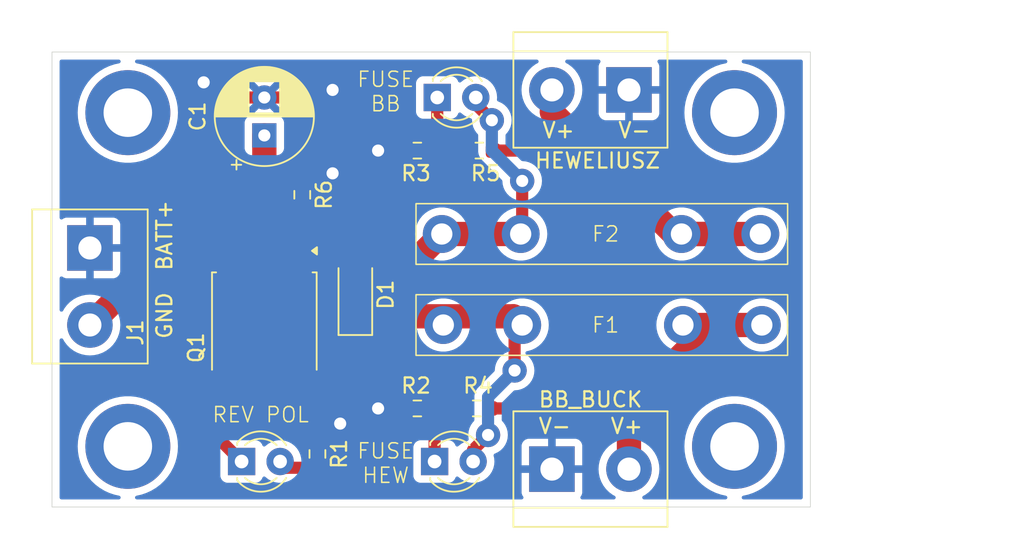
<source format=kicad_pcb>
(kicad_pcb (version 20240108) (generator "pcbnew") (generator_version "8.0")
  (layers (0 "F.Cu" signal) (31 "B.Cu" signal) (34 "B.Paste" user) (35 "F.Paste" user) (36 "B.SilkS" user "B.Silkscreen") (37 "F.SilkS" user "F.Silkscreen") (38 "B.Mask" user) (39 "F.Mask" user) (44 "Edge.Cuts" user))
  (net 0 "")
  (net 1 "Net-(D1-K)")
  (net 2 "GND")
  (net 3 "+12V")
  (net 4 "Net-(D1-A)")
  (net 5 "Net-(D2-K)")
  (net 6 "Net-(D3-A)")
  (net 7 "Net-(D4-K)")
  (net 8 "Net-(J2-Pin_2)")
  (net 9 "Net-(J4-Pin_2)")
  (footprint "Capacitor_THT:CP_Radial_D6.3mm_P2.50mm" (layer "F.Cu") (at 119 95.5 90)
    (property "Reference" "C1" (at 1.25 -4.4 270) (layer "F.SilkS"))
    (property "Value" "100u")
    (fp_line (start 1.33 -3.23) (end 1.33 3.23) (stroke (width 0.12)) (layer "F.SilkS"))
    (fp_line (start 1.29 -3.23) (end 1.29 3.23) (stroke (width 0.12)) (layer "F.SilkS"))
    (fp_line (start 1.25 -3.23) (end 1.25 3.23) (stroke (width 0.12)) (layer "F.SilkS"))
    (fp_line (start 1.37 -3.228) (end 1.37 3.228) (stroke (width 0.12)) (layer "F.SilkS"))
    (fp_line (start 1.41 -3.227) (end 1.41 3.227) (stroke (width 0.12)) (layer "F.SilkS"))
    (fp_line (start 1.45 -3.224) (end 1.45 3.224) (stroke (width 0.12)) (layer "F.SilkS"))
    (fp_line (start 1.49 -3.222) (end 1.49 -1.04) (stroke (width 0.12)) (layer "F.SilkS"))
    (fp_line (start 1.53 -3.218) (end 1.53 -1.04) (stroke (width 0.12)) (layer "F.SilkS"))
    (fp_line (start 1.57 -3.215) (end 1.57 -1.04) (stroke (width 0.12)) (layer "F.SilkS"))
    (fp_line (start 1.61 -3.211) (end 1.61 -1.04) (stroke (width 0.12)) (layer "F.SilkS"))
    (fp_line (start 1.65 -3.206) (end 1.65 -1.04) (stroke (width 0.12)) (layer "F.SilkS"))
    (fp_line (start 1.69 -3.201) (end 1.69 -1.04) (stroke (width 0.12)) (layer "F.SilkS"))
    (fp_line (start 1.73 -3.195) (end 1.73 -1.04) (stroke (width 0.12)) (layer "F.SilkS"))
    (fp_line (start 1.77 -3.189) (end 1.77 -1.04) (stroke (width 0.12)) (layer "F.SilkS"))
    (fp_line (start 1.81 -3.182) (end 1.81 -1.04) (stroke (width 0.12)) (layer "F.SilkS"))
    (fp_line (start 1.85 -3.175) (end 1.85 -1.04) (stroke (width 0.12)) (layer "F.SilkS"))
    (fp_line (start 1.89 -3.167) (end 1.89 -1.04) (stroke (width 0.12)) (layer "F.SilkS"))
    (fp_line (start 1.93 -3.159) (end 1.93 -1.04) (stroke (width 0.12)) (layer "F.SilkS"))
    (fp_line (start 1.971 -3.15) (end 1.971 -1.04) (stroke (width 0.12)) (layer "F.SilkS"))
    (fp_line (start 2.011 -3.141) (end 2.011 -1.04) (stroke (width 0.12)) (layer "F.SilkS"))
    (fp_line (start 2.051 -3.131) (end 2.051 -1.04) (stroke (width 0.12)) (layer "F.SilkS"))
    (fp_line (start 2.091 -3.121) (end 2.091 -1.04) (stroke (width 0.12)) (layer "F.SilkS"))
    (fp_line (start 2.131 -3.11) (end 2.131 -1.04) (stroke (width 0.12)) (layer "F.SilkS"))
    (fp_line (start 2.171 -3.098) (end 2.171 -1.04) (stroke (width 0.12)) (layer "F.SilkS"))
    (fp_line (start 2.211 -3.086) (end 2.211 -1.04) (stroke (width 0.12)) (layer "F.SilkS"))
    (fp_line (start 2.251 -3.074) (end 2.251 -1.04) (stroke (width 0.12)) (layer "F.SilkS"))
    (fp_line (start 2.291 -3.061) (end 2.291 -1.04) (stroke (width 0.12)) (layer "F.SilkS"))
    (fp_line (start 2.331 -3.047) (end 2.331 -1.04) (stroke (width 0.12)) (layer "F.SilkS"))
    (fp_line (start 2.371 -3.033) (end 2.371 -1.04) (stroke (width 0.12)) (layer "F.SilkS"))
    (fp_line (start 2.411 -3.018) (end 2.411 -1.04) (stroke (width 0.12)) (layer "F.SilkS"))
    (fp_line (start 2.451 -3.002) (end 2.451 -1.04) (stroke (width 0.12)) (layer "F.SilkS"))
    (fp_line (start 2.491 -2.986) (end 2.491 -1.04) (stroke (width 0.12)) (layer "F.SilkS"))
    (fp_line (start 2.531 -2.97) (end 2.531 -1.04) (stroke (width 0.12)) (layer "F.SilkS"))
    (fp_line (start 2.571 -2.952) (end 2.571 -1.04) (stroke (width 0.12)) (layer "F.SilkS"))
    (fp_line (start 2.611 -2.934) (end 2.611 -1.04) (stroke (width 0.12)) (layer "F.SilkS"))
    (fp_line (start 2.651 -2.916) (end 2.651 -1.04) (stroke (width 0.12)) (layer "F.SilkS"))
    (fp_line (start 2.691 -2.896) (end 2.691 -1.04) (stroke (width 0.12)) (layer "F.SilkS"))
    (fp_line (start 2.731 -2.876) (end 2.731 -1.04) (stroke (width 0.12)) (layer "F.SilkS"))
    (fp_line (start 2.771 -2.856) (end 2.771 -1.04) (stroke (width 0.12)) (layer "F.SilkS"))
    (fp_line (start 2.811 -2.834) (end 2.811 -1.04) (stroke (width 0.12)) (layer "F.SilkS"))
    (fp_line (start 2.851 -2.812) (end 2.851 -1.04) (stroke (width 0.12)) (layer "F.SilkS"))
    (fp_line (start 2.891 -2.79) (end 2.891 -1.04) (stroke (width 0.12)) (layer "F.SilkS"))
    (fp_line (start 2.931 -2.766) (end 2.931 -1.04) (stroke (width 0.12)) (layer "F.SilkS"))
    (fp_line (start 2.971 -2.742) (end 2.971 -1.04) (stroke (width 0.12)) (layer "F.SilkS"))
    (fp_line (start 3.011 -2.716) (end 3.011 -1.04) (stroke (width 0.12)) (layer "F.SilkS"))
    (fp_line (start 3.051 -2.69) (end 3.051 -1.04) (stroke (width 0.12)) (layer "F.SilkS"))
    (fp_line (start 3.091 -2.664) (end 3.091 -1.04) (stroke (width 0.12)) (layer "F.SilkS"))
    (fp_line (start 3.131 -2.636) (end 3.131 -1.04) (stroke (width 0.12)) (layer "F.SilkS"))
    (fp_line (start 3.171 -2.607) (end 3.171 -1.04) (stroke (width 0.12)) (layer "F.SilkS"))
    (fp_line (start 3.211 -2.578) (end 3.211 -1.04) (stroke (width 0.12)) (layer "F.SilkS"))
    (fp_line (start 3.251 -2.548) (end 3.251 -1.04) (stroke (width 0.12)) (layer "F.SilkS"))
    (fp_line (start 3.291 -2.516) (end 3.291 -1.04) (stroke (width 0.12)) (layer "F.SilkS"))
    (fp_line (start 3.331 -2.484) (end 3.331 -1.04) (stroke (width 0.12)) (layer "F.SilkS"))
    (fp_line (start 3.371 -2.45) (end 3.371 -1.04) (stroke (width 0.12)) (layer "F.SilkS"))
    (fp_line (start 3.411 -2.416) (end 3.411 -1.04) (stroke (width 0.12)) (layer "F.SilkS"))
    (fp_line (start 3.451 -2.38) (end 3.451 -1.04) (stroke (width 0.12)) (layer "F.SilkS"))
    (fp_line (start 3.491 -2.343) (end 3.491 -1.04) (stroke (width 0.12)) (layer "F.SilkS"))
    (fp_line (start 3.531 -2.305) (end 3.531 -1.04) (stroke (width 0.12)) (layer "F.SilkS"))
    (fp_line (start 3.571 -2.265) (end 3.571 2.265) (stroke (width 0.12)) (layer "F.SilkS"))
    (fp_line (start 3.611 -2.224) (end 3.611 2.224) (stroke (width 0.12)) (layer "F.SilkS"))
    (fp_line (start 3.651 -2.182) (end 3.651 2.182) (stroke (width 0.12)) (layer "F.SilkS"))
    (fp_line (start -1.935241 -2.154) (end -1.935241 -1.524) (stroke (width 0.12)) (layer "F.SilkS"))
    (fp_line (start 3.691 -2.137) (end 3.691 2.137) (stroke (width 0.12)) (layer "F.SilkS"))
    (fp_line (start 3.731 -2.092) (end 3.731 2.092) (stroke (width 0.12)) (layer "F.SilkS"))
    (fp_line (start 3.771 -2.044) (end 3.771 2.044) (stroke (width 0.12)) (layer "F.SilkS"))
    (fp_line (start 3.811 -1.995) (end 3.811 1.995) (stroke (width 0.12)) (layer "F.SilkS"))
    (fp_line (start 3.851 -1.944) (end 3.851 1.944) (stroke (width 0.12)) (layer "F.SilkS"))
    (fp_line (start 3.891 -1.89) (end 3.891 1.89) (stroke (width 0.12)) (layer "F.SilkS"))
    (fp_line (start -2.250241 -1.839) (end -1.620241 -1.839) (stroke (width 0.12)) (layer "F.SilkS"))
    (fp_line (start 3.931 -1.834) (end 3.931 1.834) (stroke (width 0.12)) (layer "F.SilkS"))
    (fp_line (start 3.971 -1.776) (end 3.971 1.776) (stroke (width 0.12)) (layer "F.SilkS"))
    (fp_line (start 4.011 -1.714) (end 4.011 1.714) (stroke (width 0.12)) (layer "F.SilkS"))
    (fp_line (start 4.051 -1.65) (end 4.051 1.65) (stroke (width 0.12)) (layer "F.SilkS"))
    (fp_line (start 4.091 -1.581) (end 4.091 1.581) (stroke (width 0.12)) (layer "F.SilkS"))
    (fp_line (start 4.131 -1.509) (end 4.131 1.509) (stroke (width 0.12)) (layer "F.SilkS"))
    (fp_line (start 4.171 -1.432) (end 4.171 1.432) (stroke (width 0.12)) (layer "F.SilkS"))
    (fp_line (start 4.211 -1.35) (end 4.211 1.35) (stroke (width 0.12)) (layer "F.SilkS"))
    (fp_line (start 4.251 -1.262) (end 4.251 1.262) (stroke (width 0.12)) (layer "F.SilkS"))
    (fp_line (start 4.291 -1.165) (end 4.291 1.165) (stroke (width 0.12)) (layer "F.SilkS"))
    (fp_line (start 4.331 -1.059) (end 4.331 1.059) (stroke (width 0.12)) (layer "F.SilkS"))
    (fp_line (start 4.371 -0.94) (end 4.371 0.94) (stroke (width 0.12)) (layer "F.SilkS"))
    (fp_line (start 4.411 -0.802) (end 4.411 0.802) (stroke (width 0.12)) (layer "F.SilkS"))
    (fp_line (start 4.451 -0.633) (end 4.451 0.633) (stroke (width 0.12)) (layer "F.SilkS"))
    (fp_line (start 4.491 -0.402) (end 4.491 0.402) (stroke (width 0.12)) (layer "F.SilkS"))
    (fp_line (start 3.531 1.04) (end 3.531 2.305) (stroke (width 0.12)) (layer "F.SilkS"))
    (fp_line (start 3.491 1.04) (end 3.491 2.343) (stroke (width 0.12)) (layer "F.SilkS"))
    (fp_line (start 3.451 1.04) (end 3.451 2.38) (stroke (width 0.12)) (layer "F.SilkS"))
    (fp_line (start 3.411 1.04) (end 3.411 2.416) (stroke (width 0.12)) (layer "F.SilkS"))
    (fp_line (start 3.371 1.04) (end 3.371 2.45) (stroke (width 0.12)) (layer "F.SilkS"))
    (fp_line (start 3.331 1.04) (end 3.331 2.484) (stroke (width 0.12)) (layer "F.SilkS"))
    (fp_line (start 3.291 1.04) (end 3.291 2.516) (stroke (width 0.12)) (layer "F.SilkS"))
    (fp_line (start 3.251 1.04) (end 3.251 2.548) (stroke (width 0.12)) (layer "F.SilkS"))
    (fp_line (start 3.211 1.04) (end 3.211 2.578) (stroke (width 0.12)) (layer "F.SilkS"))
    (fp_line (start 3.171 1.04) (end 3.171 2.607) (stroke (width 0.12)) (layer "F.SilkS"))
    (fp_line (start 3.131 1.04) (end 3.131 2.636) (stroke (width 0.12)) (layer "F.SilkS"))
    (fp_line (start 3.091 1.04) (end 3.091 2.664) (stroke (width 0.12)) (layer "F.SilkS"))
    (fp_line (start 3.051 1.04) (end 3.051 2.69) (stroke (width 0.12)) (layer "F.SilkS"))
    (fp_line (start 3.011 1.04) (end 3.011 2.716) (stroke (width 0.12)) (layer "F.SilkS"))
    (fp_line (start 2.971 1.04) (end 2.971 2.742) (stroke (width 0.12)) (layer "F.SilkS"))
    (fp_line (start 2.931 1.04) (end 2.931 2.766) (stroke (width 0.12)) (layer "F.SilkS"))
    (fp_line (start 2.891 1.04) (end 2.891 2.79) (stroke (width 0.12)) (layer "F.SilkS"))
    (fp_line (start 2.851 1.04) (end 2.851 2.812) (stroke (width 0.12)) (layer "F.SilkS"))
    (fp_line (start 2.811 1.04) (end 2.811 2.834) (stroke (width 0.12)) (layer "F.SilkS"))
    (fp_line (start 2.771 1.04) (end 2.771 2.856) (stroke (width 0.12)) (layer "F.SilkS"))
    (fp_line (start 2.731 1.04) (end 2.731 2.876) (stroke (width 0.12)) (layer "F.SilkS"))
    (fp_line (start 2.691 1.04) (end 2.691 2.896) (stroke (width 0.12)) (layer "F.SilkS"))
    (fp_line (start 2.651 1.04) (end 2.651 2.916) (stroke (width 0.12)) (layer "F.SilkS"))
    (fp_line (start 2.611 1.04) (end 2.611 2.934) (stroke (width 0.12)) (layer "F.SilkS"))
    (fp_line (start 2.571 1.04) (end 2.571 2.952) (stroke (width 0.12)) (layer "F.SilkS"))
    (fp_line (start 2.531 1.04) (end 2.531 2.97) (stroke (width 0.12)) (layer "F.SilkS"))
    (fp_line (start 2.491 1.04) (end 2.491 2.986) (stroke (width 0.12)) (layer "F.SilkS"))
    (fp_line (start 2.451 1.04) (end 2.451 3.002) (stroke (width 0.12)) (layer "F.SilkS"))
    (fp_line (start 2.411 1.04) (end 2.411 3.018) (stroke (width 0.12)) (layer "F.SilkS"))
    (fp_line (start 2.371 1.04) (end 2.371 3.033) (stroke (width 0.12)) (layer "F.SilkS"))
    (fp_line (start 2.331 1.04) (end 2.331 3.047) (stroke (width 0.12)) (layer "F.SilkS"))
    (fp_line (start 2.291 1.04) (end 2.291 3.061) (stroke (width 0.12)) (layer "F.SilkS"))
    (fp_line (start 2.251 1.04) (end 2.251 3.074) (stroke (width 0.12)) (layer "F.SilkS"))
    (fp_line (start 2.211 1.04) (end 2.211 3.086) (stroke (width 0.12)) (layer "F.SilkS"))
    (fp_line (start 2.171 1.04) (end 2.171 3.098) (stroke (width 0.12)) (layer "F.SilkS"))
    (fp_line (start 2.131 1.04) (end 2.131 3.11) (stroke (width 0.12)) (layer "F.SilkS"))
    (fp_line (start 2.091 1.04) (end 2.091 3.121) (stroke (width 0.12)) (layer "F.SilkS"))
    (fp_line (start 2.051 1.04) (end 2.051 3.131) (stroke (width 0.12)) (layer "F.SilkS"))
    (fp_line (start 2.011 1.04) (end 2.011 3.141) (stroke (width 0.12)) (layer "F.SilkS"))
    (fp_line (start 1.971 1.04) (end 1.971 3.15) (stroke (width 0.12)) (layer "F.SilkS"))
    (fp_line (start 1.93 1.04) (end 1.93 3.159) (stroke (width 0.12)) (layer "F.SilkS"))
    (fp_line (start 1.89 1.04) (end 1.89 3.167) (stroke (width 0.12)) (layer "F.SilkS"))
    (fp_line (start 1.85 1.04) (end 1.85 3.175) (stroke (width 0.12)) (layer "F.SilkS"))
    (fp_line (start 1.81 1.04) (end 1.81 3.182) (stroke (width 0.12)) (layer "F.SilkS"))
    (fp_line (start 1.77 1.04) (end 1.77 3.189) (stroke (width 0.12)) (layer "F.SilkS"))
    (fp_line (start 1.73 1.04) (end 1.73 3.195) (stroke (width 0.12)) (layer "F.SilkS"))
    (fp_line (start 1.69 1.04) (end 1.69 3.201) (stroke (width 0.12)) (layer "F.SilkS"))
    (fp_line (start 1.65 1.04) (end 1.65 3.206) (stroke (width 0.12)) (layer "F.SilkS"))
    (fp_line (start 1.61 1.04) (end 1.61 3.211) (stroke (width 0.12)) (layer "F.SilkS"))
    (fp_line (start 1.57 1.04) (end 1.57 3.215) (stroke (width 0.12)) (layer "F.SilkS"))
    (fp_line (start 1.53 1.04) (end 1.53 3.218) (stroke (width 0.12)) (layer "F.SilkS"))
    (fp_line (start 1.49 1.04) (end 1.49 3.222) (stroke (width 0.12)) (layer "F.SilkS"))
    (fp_circle (center 1.25 0) (end 4.52 0) (stroke (width 0.12)) (fill none) (layer "F.SilkS"))
    (pad "1" thru_hole rect (at 0 0 90) (size 1.6 1.6) (drill 0.8) (layers "*.Cu" "*.Mask") (net 1 "Net-(D1-K)"))
    (pad "2" thru_hole circle (at 2.5 0 90) (size 1.6 1.6) (drill 0.8) (layers "*.Cu" "*.Mask") (net 2 "GND"))
  )
  (footprint "MountingHole:MountingHole_3.2mm_M3_DIN965_Pad" (layer "F.Cu") (at 150 94)
    (property "Reference" "REF**" (hide yes))
    (property "Value" "MountingHole_3.2mm_M3_DIN965_Pad" (hide yes))
    (pad "1" thru_hole circle (at 0 0) (size 5.6 5.6) (drill 3.2) (layers "*.Cu" "*.Mask"))
  )
  (footprint "Resistor_SMD:R_0603_1608Metric_Pad0.98x0.95mm_HandSolder" (layer "F.Cu") (at 129.0875 113.5 180)
    (property "Reference" "R2" (at 0.0875 1.5 180) (layer "F.SilkS"))
    (property "Value" "47k")
    (fp_line (start -0.254724 0.5225) (end 0.254724 0.5225) (stroke (width 0.12)) (layer "F.SilkS"))
    (fp_line (start -0.254724 -0.5225) (end 0.254724 -0.5225) (stroke (width 0.12)) (layer "F.SilkS"))
    (pad "1" smd roundrect (at -0.9125 0 180) (size 0.975 0.95) (layers "F.Cu" "F.Paste" "F.Mask") (net 5 "Net-(D2-K)"))
    (pad "2" smd roundrect (at 0.9125 0 180) (size 0.975 0.95) (layers "F.Cu" "F.Paste" "F.Mask") (net 2 "GND"))
  )
  (footprint "Resistor_SMD:R_0603_1608Metric_Pad0.98x0.95mm_HandSolder" (layer "F.Cu") (at 122.5 116.5 -90)
    (property "Reference" "R1" (at 0 -1.43 90) (layer "F.SilkS"))
    (property "Value" "47k")
    (fp_line (start -0.254724 0.5225) (end 0.254724 0.5225) (stroke (width 0.12)) (layer "F.SilkS"))
    (fp_line (start -0.254724 -0.5225) (end 0.254724 -0.5225) (stroke (width 0.12)) (layer "F.SilkS"))
    (pad "1" smd roundrect (at -0.9125 0 270) (size 0.975 0.95) (layers "F.Cu" "F.Paste" "F.Mask") (net 2 "GND"))
    (pad "2" smd roundrect (at 0.9125 0 270) (size 0.975 0.95) (layers "F.Cu" "F.Paste" "F.Mask") (net 6 "Net-(D3-A)"))
  )
  (footprint "Diode_SMD:D_MiniMELF" (layer "F.Cu") (at 125 106 90)
    (property "Reference" "D1" (at 0 2 270) (layer "F.SilkS"))
    (property "Value" "5V1")
    (fp_line (start 1.75 -1.11) (end -2.66 -1.11) (stroke (width 0.12)) (layer "F.SilkS"))
    (fp_line (start -2.66 -1.11) (end -2.66 1.11) (stroke (width 0.12)) (layer "F.SilkS"))
    (fp_line (start -2.66 1.11) (end 1.75 1.11) (stroke (width 0.12)) (layer "F.SilkS"))
    (pad "1" smd roundrect (at -1.75 0 90) (size 1.3 1.7) (layers "F.Cu" "F.Paste" "F.Mask") (roundrect_rratio 0.1923076923) (net 1 "Net-(D1-K)"))
    (pad "2" smd roundrect (at 1.75 0 90) (size 1.3 1.7) (layers "F.Cu" "F.Paste" "F.Mask") (roundrect_rratio 0.1923076923) (net 4 "Net-(D1-A)"))
  )
  (footprint "TerminalBlock:TerminalBlock_bornier-2_P5.08mm" (layer "F.Cu") (at 137.96 117.5)
    (property "Reference" "J2" (hide yes))
    (property "Value" "BB_BUCK")
    (fp_line (start -2.54 -3.81) (end -2.54 3.81) (stroke (width 0.12)) (layer "F.SilkS"))
    (fp_line (start -2.54 3.81) (end 7.62 3.81) (stroke (width 0.12)) (layer "F.SilkS"))
    (fp_line (start 7.62 -3.81) (end -2.54 -3.81) (stroke (width 0.12)) (layer "F.SilkS"))
    (fp_line (start 7.62 2.54) (end -2.54 2.54) (stroke (width 0.12)) (layer "F.SilkS"))
    (fp_line (start 7.62 3.81) (end 7.62 -3.81) (stroke (width 0.12)) (layer "F.SilkS"))
    (pad "1" thru_hole rect (at 0 0) (size 3 3) (drill 1.52) (layers "*.Cu" "*.Mask") (net 2 "GND"))
    (pad "2" thru_hole circle (at 5.08 0) (size 3 3) (drill 1.52) (layers "*.Cu" "*.Mask") (net 8 "Net-(J2-Pin_2)"))
  )
  (footprint "Resistor_SMD:R_0603_1608Metric_Pad0.98x0.95mm_HandSolder" (layer "F.Cu") (at 133 113.5 180)
    (property "Reference" "R4" (at -0.0875 1.5 180) (layer "F.SilkS"))
    (property "Value" "47k")
    (fp_line (start -0.254724 0.5225) (end 0.254724 0.5225) (stroke (width 0.12)) (layer "F.SilkS"))
    (fp_line (start -0.254724 -0.5225) (end 0.254724 -0.5225) (stroke (width 0.12)) (layer "F.SilkS"))
    (pad "1" smd roundrect (at -0.9125 0 180) (size 0.975 0.95) (layers "F.Cu" "F.Paste" "F.Mask") (net 8 "Net-(J2-Pin_2)"))
    (pad "2" smd roundrect (at 0.9125 0 180) (size 0.975 0.95) (layers "F.Cu" "F.Paste" "F.Mask") (net 5 "Net-(D2-K)"))
  )
  (footprint "Resistor_SMD:R_0603_1608Metric_Pad0.98x0.95mm_HandSolder" (layer "F.Cu") (at 133.175 96.5 180)
    (property "Reference" "R5" (at -0.4125 -1.5 180) (layer "F.SilkS"))
    (property "Value" "47k")
    (fp_line (start -0.254724 0.5225) (end 0.254724 0.5225) (stroke (width 0.12)) (layer "F.SilkS"))
    (fp_line (start -0.254724 -0.5225) (end 0.254724 -0.5225) (stroke (width 0.12)) (layer "F.SilkS"))
    (pad "1" smd roundrect (at -0.9125 0 180) (size 0.975 0.95) (layers "F.Cu" "F.Paste" "F.Mask") (net 9 "Net-(J4-Pin_2)"))
    (pad "2" smd roundrect (at 0.9125 0 180) (size 0.975 0.95) (layers "F.Cu" "F.Paste" "F.Mask") (net 7 "Net-(D4-K)"))
  )
  (footprint "LED_THT:LED_D3.0mm" (layer "F.Cu") (at 130.225 117)
    (property "Reference" "D2" (hide yes))
    (property "Value" "LED")
    (fp_line (start -0.29 -1.236) (end -0.29 -1.08) (stroke (width 0.12)) (layer "F.SilkS"))
    (fp_line (start -0.29 1.08) (end -0.29 1.236) (stroke (width 0.12)) (layer "F.SilkS"))
    (fp_arc (start -0.29 -1.235516) (mid 1.366487 -1.987659) (end 2.942335 -1.078608) (stroke (width 0.12)) (layer "F.SilkS"))
    (fp_arc (start 0.229039 -1.08) (mid 1.270117 -1.5) (end 2.31113 -1.079837) (stroke (width 0.12)) (layer "F.SilkS"))
    (fp_arc (start 2.31113 1.079837) (mid 1.270117 1.5) (end 0.229039 1.08) (stroke (width 0.12)) (layer "F.SilkS"))
    (fp_arc (start 2.942335 1.078608) (mid 1.366487 1.987659) (end -0.29 1.235516) (stroke (width 0.12)) (layer "F.SilkS"))
    (pad "1" thru_hole rect (at 0 0) (size 1.8 1.8) (drill 0.9) (layers "*.Cu" "*.Mask") (net 5 "Net-(D2-K)"))
    (pad "2" thru_hole circle (at 2.54 0) (size 1.8 1.8) (drill 0.9) (layers "*.Cu" "*.Mask") (net 1 "Net-(D1-K)"))
  )
  (footprint "LED_THT:LED_D3.0mm" (layer "F.Cu") (at 117.5 117)
    (property "Reference" "D3" (hide yes))
    (property "Value" "LED")
    (fp_line (start -0.29 -1.236) (end -0.29 -1.08) (stroke (width 0.12)) (layer "F.SilkS"))
    (fp_line (start -0.29 1.08) (end -0.29 1.236) (stroke (width 0.12)) (layer "F.SilkS"))
    (fp_arc (start -0.29 -1.235516) (mid 1.366487 -1.987659) (end 2.942335 -1.078608) (stroke (width 0.12)) (layer "F.SilkS"))
    (fp_arc (start 0.229039 -1.08) (mid 1.270117 -1.5) (end 2.31113 -1.079837) (stroke (width 0.12)) (layer "F.SilkS"))
    (fp_arc (start 2.31113 1.079837) (mid 1.270117 1.5) (end 0.229039 1.08) (stroke (width 0.12)) (layer "F.SilkS"))
    (fp_arc (start 2.942335 1.078608) (mid 1.366487 1.987659) (end -0.29 1.235516) (stroke (width 0.12)) (layer "F.SilkS"))
    (pad "1" thru_hole rect (at 0 0) (size 1.8 1.8) (drill 0.9) (layers "*.Cu" "*.Mask") (net 3 "+12V"))
    (pad "2" thru_hole circle (at 2.54 0) (size 1.8 1.8) (drill 0.9) (layers "*.Cu" "*.Mask") (net 6 "Net-(D3-A)"))
  )
  (footprint "LED_THT:LED_D3.0mm" (layer "F.Cu") (at 130.4 93)
    (property "Reference" "D4" (hide yes))
    (property "Value" "LED")
    (fp_line (start -0.29 -1.236) (end -0.29 -1.08) (stroke (width 0.12)) (layer "F.SilkS"))
    (fp_line (start -0.29 1.08) (end -0.29 1.236) (stroke (width 0.12)) (layer "F.SilkS"))
    (fp_arc (start -0.29 -1.235516) (mid 1.366487 -1.987659) (end 2.942335 -1.078608) (stroke (width 0.12)) (layer "F.SilkS"))
    (fp_arc (start 0.229039 -1.08) (mid 1.270117 -1.5) (end 2.31113 -1.079837) (stroke (width 0.12)) (layer "F.SilkS"))
    (fp_arc (start 2.31113 1.079837) (mid 1.270117 1.5) (end 0.229039 1.08) (stroke (width 0.12)) (layer "F.SilkS"))
    (fp_arc (start 2.942335 1.078608) (mid 1.366487 1.987659) (end -0.29 1.235516) (stroke (width 0.12)) (layer "F.SilkS"))
    (pad "1" thru_hole rect (at 0 0) (size 1.8 1.8) (drill 0.9) (layers "*.Cu" "*.Mask") (net 7 "Net-(D4-K)"))
    (pad "2" thru_hole circle (at 2.54 0) (size 1.8 1.8) (drill 0.9) (layers "*.Cu" "*.Mask") (net 1 "Net-(D1-K)"))
  )
  (footprint "TerminalBlock:TerminalBlock_bornier-2_P5.08mm" (layer "F.Cu") (at 107.5 102.92 -90)
    (property "Reference" "J1" (at 5.58 -3 90) (layer "F.SilkS"))
    (property "Value" "EXT_PWR")
    (fp_line (start -2.54 3.81) (end 7.62 3.81) (stroke (width 0.12)) (layer "F.SilkS"))
    (fp_line (start 7.62 3.81) (end 7.62 -3.81) (stroke (width 0.12)) (layer "F.SilkS"))
    (fp_line (start 7.62 2.54) (end -2.54 2.54) (stroke (width 0.12)) (layer "F.SilkS"))
    (fp_line (start -2.54 -3.81) (end -2.54 3.81) (stroke (width 0.12)) (layer "F.SilkS"))
    (fp_line (start 7.62 -3.81) (end -2.54 -3.81) (stroke (width 0.12)) (layer "F.SilkS"))
    (pad "1" thru_hole rect (at 0 0 270) (size 3 3) (drill 1.52) (layers "*.Cu" "*.Mask") (net 2 "GND"))
    (pad "2" thru_hole circle (at 5.08 0 270) (size 3 3) (drill 1.52) (layers "*.Cu" "*.Mask") (net 3 "+12V"))
  )
  (footprint "Package_TO_SOT_SMD:TO-252-2" (layer "F.Cu") (at 119 107.84 -90)
    (property "Reference" "Q1" (at 1.66 4.5 90) (layer "F.SilkS"))
    (property "Value" "AOD413A")
    (fp_line (start -3.31 3.45) (end -3.31 3.18) (stroke (width 0.12)) (layer "F.SilkS"))
    (fp_line (start 3.11 3.45) (end -3.31 3.45) (stroke (width 0.12)) (layer "F.SilkS"))
    (fp_line (start -3.31 -3.45) (end -3.31 -3.18) (stroke (width 0.12)) (layer "F.SilkS"))
    (fp_line (start 3.11 -3.45) (end -3.31 -3.45) (stroke (width 0.12)) (layer "F.SilkS"))
    (fp_poly (pts (xy -4.73 -3.14) (xy -4.97 -3.47) (xy -4.49 -3.47) (xy -4.73 -3.14)) (stroke (width 0.12)) (fill solid) (layer "F.SilkS"))
    (pad "1" smd roundrect (at -5.04 -2.28 270) (size 2.2 1.2) (layers "F.Cu" "F.Paste" "F.Mask") (roundrect_rratio 0.208333) (net 4 "Net-(D1-A)"))
    (pad "2" smd roundrect (at -0.415 -1.525 270) (size 3.05 2.75) (layers "F.Cu" "F.Paste") (roundrect_rratio 0.090909) (net 1 "Net-(D1-K)"))
    (pad "2" smd roundrect (at -0.415 1.525 270) (size 3.05 2.75) (layers "F.Cu" "F.Paste") (roundrect_rratio 0.090909) (net 1 "Net-(D1-K)"))
    (pad "2" smd roundrect (at 1.26 0 270) (size 6.4 5.8) (layers "F.Cu" "F.Mask") (roundrect_rratio 0.043103) (net 1 "Net-(D1-K)"))
    (pad "2" smd roundrect (at 2.935 -1.525 270) (size 3.05 2.75) (layers "F.Cu" "F.Paste") (roundrect_rratio 0.090909) (net 1 "Net-(D1-K)"))
    (pad "2" smd roundrect (at 2.935 1.525 270) (size 3.05 2.75) (layers "F.Cu" "F.Paste") (roundrect_rratio 0.090909) (net 1 "Net-(D1-K)"))
    (pad "3" smd roundrect (at -5.04 2.28 270) (size 2.2 1.2) (layers "F.Cu" "F.Paste" "F.Mask") (roundrect_rratio 0.208333) (net 3 "+12V"))
  )
  (footprint "Hewelisz:Hewelusz_fuse_holder" (layer "F.Cu") (at 143.5 102)
    (property "Reference" "F2" (at -2 0 0) (layer "F.SilkS") (effects (font (thickness 0.1))))
    (property "Value" "Fuse Heweliusz")
    (pad "1" thru_hole circle (at -12.8 0) (size 2.5 2.5) (drill 1.4) (layers "*.Cu" "*.Mask") (net 1 "Net-(D1-K)"))
    (pad "1" thru_hole circle (at -7.6 0) (size 2.5 2.5) (drill 1.4) (layers "*.Cu" "*.Mask") (net 1 "Net-(D1-K)"))
    (pad "2" thru_hole circle (at 3 0) (size 2.5 2.5) (drill 1.4) (layers "*.Cu" "*.Mask") (net 9 "Net-(J4-Pin_2)"))
    (pad "2" thru_hole circle (at 8.2 0) (size 2.5 2.5) (drill 1.4) (layers "*.Cu" "*.Mask") (net 9 "Net-(J4-Pin_2)"))
  )
  (footprint "Hewelisz:Hewelusz_fuse_holder" (layer "F.Cu") (at 143.6 108)
    (property "Reference" "F1" (at -2.1 0 0) (layer "F.SilkS") (effects (font (thickness 0.1))))
    (property "Value" "Fuse BeagleBone")
    (pad "1" thru_hole circle (at -12.8 0) (size 2.5 2.5) (drill 1.4) (layers "*.Cu" "*.Mask") (net 1 "Net-(D1-K)"))
    (pad "1" thru_hole circle (at -7.6 0) (size 2.5 2.5) (drill 1.4) (layers "*.Cu" "*.Mask") (net 1 "Net-(D1-K)"))
    (pad "2" thru_hole circle (at 3 0) (size 2.5 2.5) (drill 1.4) (layers "*.Cu" "*.Mask") (net 8 "Net-(J2-Pin_2)"))
    (pad "2" thru_hole circle (at 8.2 0) (size 2.5 2.5) (drill 1.4) (layers "*.Cu" "*.Mask") (net 8 "Net-(J2-Pin_2)"))
  )
  (footprint "MountingHole:MountingHole_3.2mm_M3_DIN965_Pad" (layer "F.Cu") (at 150 116)
    (property "Reference" "REF**" (hide yes))
    (property "Value" "MountingHole_3.2mm_M3_DIN965_Pad" (hide yes))
    (pad "1" thru_hole circle (at 0 0) (size 5.6 5.6) (drill 3.2) (layers "*.Cu" "*.Mask"))
  )
  (footprint "TerminalBlock:TerminalBlock_bornier-2_P5.08mm" (layer "F.Cu") (at 143.04 92.5 180)
    (property "Reference" "J4" (hide yes))
    (property "Value" "HEWELIUSZ")
    (fp_line (start 7.62 3.81) (end 7.62 -3.81) (stroke (width 0.12)) (layer "F.SilkS"))
    (fp_line (start 7.62 2.54) (end -2.54 2.54) (stroke (width 0.12)) (layer "F.SilkS"))
    (fp_line (start 7.62 -3.81) (end -2.54 -3.81) (stroke (width 0.12)) (layer "F.SilkS"))
    (fp_line (start -2.54 3.81) (end 7.62 3.81) (stroke (width 0.12)) (layer "F.SilkS"))
    (fp_line (start -2.54 -3.81) (end -2.54 3.81) (stroke (width 0.12)) (layer "F.SilkS"))
    (pad "1" thru_hole rect (at 0 0 180) (size 3 3) (drill 1.52) (layers "*.Cu" "*.Mask") (net 2 "GND"))
    (pad "2" thru_hole circle (at 5.08 0 180) (size 3 3) (drill 1.52) (layers "*.Cu" "*.Mask") (net 9 "Net-(J4-Pin_2)"))
  )
  (footprint "Resistor_SMD:R_0603_1608Metric_Pad0.98x0.95mm_HandSolder" (layer "F.Cu") (at 129.0875 96.5 180)
    (property "Reference" "R3" (at 0.0875 -1.5 180) (layer "F.SilkS"))
    (property "Value" "47k")
    (fp_line (start -0.254724 0.5225) (end 0.254724 0.5225) (stroke (width 0.12)) (layer "F.SilkS"))
    (fp_line (start -0.254724 -0.5225) (end 0.254724 -0.5225) (stroke (width 0.12)) (layer "F.SilkS"))
    (pad "1" smd roundrect (at -0.9125 0 180) (size 0.975 0.95) (layers "F.Cu" "F.Paste" "F.Mask") (net 7 "Net-(D4-K)"))
    (pad "2" smd roundrect (at 0.9125 0 180) (size 0.975 0.95) (layers "F.Cu" "F.Paste" "F.Mask") (net 2 "GND"))
  )
  (footprint "MountingHole:MountingHole_3.2mm_M3_DIN965_Pad" (layer "F.Cu") (at 110 116)
    (property "Reference" "REF**" (hide yes))
    (property "Value" "MountingHole_3.2mm_M3_DIN965_Pad" (hide yes))
    (pad "1" thru_hole circle (at 0 0) (size 5.6 5.6) (drill 3.2) (layers "*.Cu" "*.Mask"))
  )
  (footprint "MountingHole:MountingHole_3.2mm_M3_DIN965_Pad" (layer "F.Cu") (at 110 94)
    (property "Reference" "REF**" (hide yes))
    (property "Value" "MountingHole_3.2mm_M3_DIN965_Pad" (hide yes))
    (pad "1" thru_hole circle (at 0 0) (size 5.6 5.6) (drill 3.2) (layers "*.Cu" "*.Mask"))
  )
  (footprint "Resistor_SMD:R_0603_1608Metric_Pad0.98x0.95mm_HandSolder" (layer "F.Cu") (at 121.5 99.4125 -90)
    (property "Reference" "R6" (at 0 -1.43 90) (layer "F.SilkS"))
    (property "Value" "10k")
    (fp_line (start -0.254724 0.5225) (end 0.254724 0.5225) (stroke (width 0.12)) (layer "F.SilkS"))
    (fp_line (start -0.254724 -0.5225) (end 0.254724 -0.5225) (stroke (width 0.12)) (layer "F.SilkS"))
    (pad "1" smd roundrect (at -0.9125 0 270) (size 0.975 0.95) (layers "F.Cu" "F.Paste" "F.Mask") (net 2 "GND"))
    (pad "2" smd roundrect (at 0.9125 0 270) (size 0.975 0.95) (layers "F.Cu" "F.Paste" "F.Mask") (net 4 "Net-(D1-A)"))
  )
  (gr_rect (start 129 100) (end 153.5 104) (stroke (width 0.1)) (fill none) (layer "F.SilkS"))
  (gr_rect (start 129 106) (end 153.5 110) (stroke (width 0.1)) (fill none) (layer "F.SilkS"))
  (gr_rect (start 105 90) (end 155 120) (stroke (width 0.05)) (fill none) (layer "Edge.Cuts"))
  (gr_text "V+" (at 141.75 115.25 0) (layer "F.SilkS") (effects (font (size 1 1)) (justify left bottom)))
  (gr_text "FUSE\nBB" (at 127 94 0) (layer "F.SilkS") (effects (font (size 1 1) (thickness 0.1)) (justify bottom)))
  (gr_text "GND" (at 113 109 90) (layer "F.SilkS") (effects (font (size 1 1)) (justify left bottom)))
  (gr_text "V-" (at 137 115.25 0) (layer "F.SilkS") (effects (font (size 1 1)) (justify left bottom)))
  (gr_text "HEWELIUSZ" (at 136.75 97.75 0) (layer "F.SilkS") (effects (font (size 1 1)) (justify left bottom)))
  (gr_text "REV POL" (at 115.5 114.5 0) (layer "F.SilkS") (effects (font (size 1 1) (thickness 0.1)) (justify left bottom)))
  (gr_text "FUSE\nHEW" (at 127 118.5 0) (layer "F.SilkS") (effects (font (size 1 1) (thickness 0.1)) (justify bottom)))
  (gr_text "V-" (at 142.25 95.75 0) (layer "F.SilkS") (effects (font (size 1 1)) (justify left bottom)))
  (gr_text "BB_BUCK" (at 137 113.5 0) (layer "F.SilkS") (effects (font (size 1 1)) (justify left bottom)))
  (gr_text "V+" (at 137.25 95.75 0) (layer "F.SilkS") (effects (font (size 1 1)) (justify left bottom)))
  (gr_text "BATT+" (at 113 104.5 90) (layer "F.SilkS") (effects (font (size 1 1)) (justify left bottom)))
  (segment (start 132.765 116.235) (end 132.765 117) (width 0.8) (layer "F.Cu") (net 1))
  (segment (start 136 101.9) (end 135.9 102) (width 0.8) (layer "F.Cu") (net 1))
  (segment (start 121.275 110.775) (end 120.525 110.775) (width 0.8) (layer "F.Cu") (net 1))
  (segment (start 132.94 93) (end 132.94 93.44) (width 0.8) (layer "F.Cu") (net 1))
  (segment (start 135.5 111) (end 135.5 108.5) (width 0.8) (layer "F.Cu") (net 1))
  (segment (start 119 109.1) (end 119 95.5) (width 1.6) (layer "F.Cu") (net 1))
  (segment (start 135.9 102) (end 130.7 102) (width 1.6) (layer "F.Cu") (net 1))
  (segment (start 136 98.5) (end 136 101.9) (width 0.8) (layer "F.Cu") (net 1))
  (segment (start 120.525 107.425) (end 135.425 107.425) (width 1.6) (layer "F.Cu") (net 1))
  (segment (start 119 109.1) (end 123.6 109.1) (width 1.6) (layer "F.Cu") (net 1))
  (segment (start 133.75 115.25) (end 132.765 116.235) (width 0.8) (layer "F.Cu") (net 1))
  (segment (start 132.94 93.44) (end 134 94.5) (width 0.8) (layer "F.Cu") (net 1))
  (segment (start 123.6 109.1) (end 130.7 102) (width 1.6) (layer "F.Cu") (net 1))
  (segment (start 135.5 108.5) (end 136 108) (width 0.8) (layer "F.Cu") (net 1))
  (segment (start 135.425 107.425) (end 136 108) (width 1.6) (layer "F.Cu") (net 1))
  (via (at 135.5 111) (size 1.6) (drill 0.8) (layers "F.Cu" "B.Cu") (net 1))
  (via (at 136 98.5) (size 1.6) (drill 0.8) (layers "F.Cu" "B.Cu") (net 1))
  (via (at 133.75 115.25) (size 1.6) (drill 0.8) (layers "F.Cu" "B.Cu") (net 1))
  (via (at 134 94.5) (size 1.6) (drill 0.8) (layers "F.Cu" "B.Cu") (net 1))
  (segment (start 133.75 112.75) (end 135.5 111) (width 0.8) (layer "B.Cu") (net 1))
  (segment (start 134 96.5) (end 136 98.5) (width 0.8) (layer "B.Cu") (net 1))
  (segment (start 133.75 115.25) (end 133.75 112.75) (width 0.8) (layer "B.Cu") (net 1))
  (segment (start 134 94.5) (end 134 96.5) (width 0.8) (layer "B.Cu") (net 1))
  (segment (start 122.5 115.5875) (end 122.9125 115.5875) (width 0.8) (layer "F.Cu") (net 2))
  (segment (start 121.5 98.5) (end 123 98.5) (width 0.8) (layer "F.Cu") (net 2))
  (segment (start 123.5 92.5) (end 123 93) (width 0.8) (layer "F.Cu") (net 2))
  (segment (start 128.175 113.5) (end 126.5 113.5) (width 0.8) (layer "F.Cu") (net 2))
  (segment (start 123 98.5) (end 123.5 98) (width 0.8) (layer "F.Cu") (net 2))
  (segment (start 128.175 96.5) (end 126.5 96.5) (width 0.8) (layer "F.Cu") (net 2))
  (segment (start 115 92) (end 116 93) (width 0.8) (layer "F.Cu") (net 2))
  (segment (start 123 93) (end 119 93) (width 0.8) (layer "F.Cu") (net 2))
  (segment (start 116 93) (end 119 93) (width 0.8) (layer "F.Cu") (net 2))
  (segment (start 122.9125 115.5875) (end 124 114.5) (width 0.8) (layer "F.Cu") (net 2))
  (via (at 124 114.5) (size 1.6) (drill 0.8) (layers "F.Cu" "B.Cu") (net 2))
  (via (at 126.5 113.5) (size 1.6) (drill 0.8) (layers "F.Cu" "B.Cu") (net 2))
  (via (at 123.5 92.5) (size 1.6) (drill 0.8) (layers "F.Cu" "B.Cu") (net 2))
  (via (at 126.5 96.5) (size 1.6) (drill 0.8) (layers "F.Cu" "B.Cu") (net 2))
  (via (at 115 92) (size 1.6) (drill 0.8) (layers "F.Cu" "B.Cu") (net 2))
  (via (at 123.5 98) (size 1.6) (drill 0.8) (layers "F.Cu" "B.Cu") (net 2))
  (segment (start 107.5 108) (end 109.5 106) (width 1.6) (layer "F.Cu") (net 3))
  (segment (start 114 103.5) (end 116.02 103.5) (width 1.6) (layer "F.Cu") (net 3))
  (segment (start 111.5 106) (end 114 103.5) (width 1.6) (layer "F.Cu") (net 3))
  (segment (start 116.02 103.5) (end 116.72 102.8) (width 1.6) (layer "F.Cu") (net 3))
  (segment (start 112 106.5) (end 111.5 106) (width 0.8) (layer "F.Cu") (net 3))
  (segment (start 109.5 106) (end 111.5 106) (width 1.6) (layer "F.Cu") (net 3))
  (segment (start 112 111.5) (end 112 106.5) (width 0.8) (layer "F.Cu") (net 3))
  (segment (start 117.5 117) (end 112 111.5) (width 0.8) (layer "F.Cu") (net 3))
  (segment (start 121.28 100.545) (end 121.5 100.325) (width 0.8) (layer "F.Cu") (net 4))
  (segment (start 122.73 104.25) (end 121.28 102.8) (width 0.8) (layer "F.Cu") (net 4))
  (segment (start 125 104.25) (end 122.73 104.25) (width 0.8) (layer "F.Cu") (net 4))
  (segment (start 121.28 102.8) (end 121.28 100.545) (width 0.8) (layer "F.Cu") (net 4))
  (segment (start 130 113.5) (end 132.0875 113.5) (width 0.8) (layer "F.Cu") (net 5))
  (segment (start 130.225 113.725) (end 130 113.5) (width 0.8) (layer "F.Cu") (net 5))
  (segment (start 130.225 117) (end 130.225 113.725) (width 0.8) (layer "F.Cu") (net 5))
  (segment (start 120.4525 117.4125) (end 120.04 117) (width 0.8) (layer "F.Cu") (net 6))
  (segment (start 122.5 117.4125) (end 120.4525 117.4125) (width 0.8) (layer "F.Cu") (net 6))
  (segment (start 130 96.5) (end 131 96.5) (width 0.8) (layer "F.Cu") (net 7))
  (segment (start 130.4 95.9) (end 131 96.5) (width 0.8) (layer "F.Cu") (net 7))
  (segment (start 131 96.5) (end 132.2625 96.5) (width 0.8) (layer "F.Cu") (net 7))
  (segment (start 130.4 93) (end 130.4 95.9) (width 0.8) (layer "F.Cu") (net 7))
  (segment (start 146.6 108) (end 148.5 108) (width 1.6) (layer "F.Cu") (net 8))
  (segment (start 142.04 113.5) (end 143.04 114.5) (width 0.8) (layer "F.Cu") (net 8))
  (segment (start 148.5 108) (end 151.8 108) (width 1.6) (layer "F.Cu") (net 8))
  (segment (start 148.5 108) (end 143.04 113.46) (width 1.6) (layer "F.Cu") (net 8))
  (segment (start 143.04 114.5) (end 143.04 117.5) (width 1.6) (layer "F.Cu") (net 8))
  (segment (start 143.04 113.46) (end 143.04 114.5) (width 1.6) (layer "F.Cu") (net 8))
  (segment (start 133.9125 113.5) (end 142.04 113.5) (width 0.8) (layer "F.Cu") (net 8))
  (segment (start 146 102) (end 140 96) (width 1.6) (layer "F.Cu") (net 9))
  (segment (start 139.5 96.5) (end 140 96) (width 0.8) (layer "F.Cu") (net 9))
  (segment (start 134.0875 96.5) (end 139.5 96.5) (width 0.8) (layer "F.Cu") (net 9))
  (segment (start 149 102) (end 146 102) (width 1.6) (layer "F.Cu") (net 9))
  (segment (start 149 102) (end 151.7 102) (width 1.6) (layer "F.Cu") (net 9))
  (segment (start 146.5 102) (end 149 102) (width 1.6) (layer "F.Cu") (net 9))
  (segment (start 137.96 93.96) (end 137.96 92.5) (width 1.6) (layer "F.Cu") (net 9))
  (segment (start 140 96) (end 137.96 93.96) (width 1.6) (layer "F.Cu") (net 9))
  (zone (net 2) (net_name "GND") (layer "B.Cu") (connect_pads (clearance 0.5)) (min_thickness 0.25) (fill yes (thermal_gap 0.5) (thermal_bridge_width 0.5))
    (polygon (pts (xy 155 90) (xy 155 120) (xy 105 120) (xy 105 90)))
  )
)
</source>
